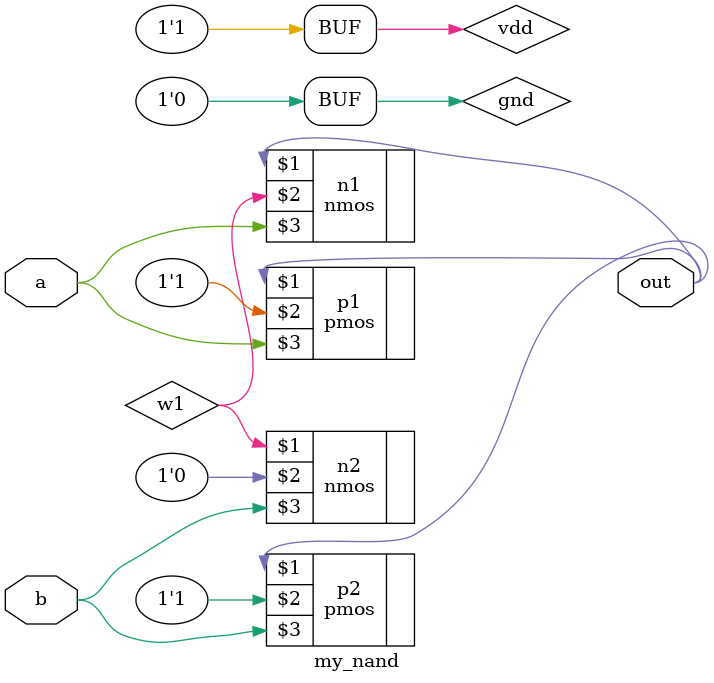
<source format=v>
module my_nand (input a, input b, output out);
	supply1 vdd;
	supply0 gnd;
	wire w1;
	pmos p1 (out, vdd, a);
	pmos p2 (out, vdd, b);
	nmos n1 (out, w1, a);
	nmos n2 (w1, gnd, b);
endmodule 
</source>
